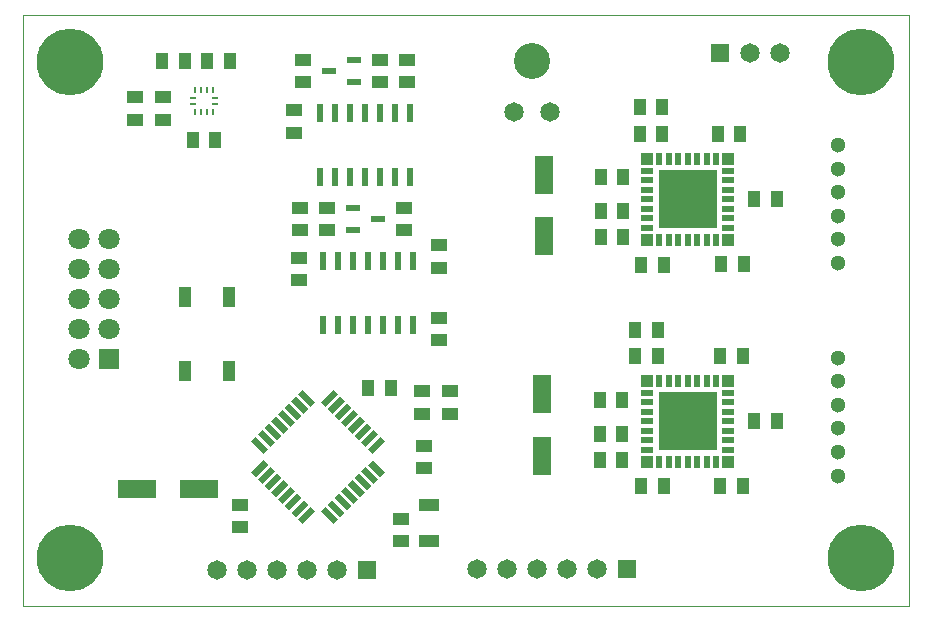
<source format=gts>
G04 #@! TF.FileFunction,Soldermask,Top*
%FSLAX46Y46*%
G04 Gerber Fmt 4.6, Leading zero omitted, Abs format (unit mm)*
G04 Created by KiCad (PCBNEW (2015-12-27 BZR 6404, Git c4ea4dc)-product) date Sat 09 Jan 2016 11:17:19 AM EST*
%MOMM*%
G01*
G04 APERTURE LIST*
%ADD10C,0.100000*%
%ADD11C,1.300000*%
%ADD12R,1.000000X1.450000*%
%ADD13R,1.450000X1.000000*%
%ADD14R,1.650000X3.250000*%
%ADD15R,1.650000X1.650000*%
%ADD16C,1.650000*%
%ADD17R,1.800000X1.800000*%
%ADD18C,1.800000*%
%ADD19R,1.300000X0.600000*%
%ADD20R,0.600000X1.550000*%
%ADD21R,1.080000X1.080000*%
%ADD22R,1.080000X0.550000*%
%ADD23R,0.550000X1.080000*%
%ADD24R,5.000000X5.000000*%
%ADD25C,3.050000*%
%ADD26R,3.250000X1.650000*%
%ADD27C,5.650000*%
%ADD28R,1.750000X1.050000*%
%ADD29R,1.100000X1.800000*%
%ADD30R,0.250000X0.600000*%
%ADD31R,0.600000X0.250000*%
G04 APERTURE END LIST*
D10*
X113000000Y-150000000D02*
X113000000Y-100000000D01*
X188000000Y-150000000D02*
X113000000Y-150000000D01*
X188000000Y-100000000D02*
X188000000Y-150000000D01*
X113000000Y-100000000D02*
X188000000Y-100000000D01*
G36*
X143285623Y-135685267D02*
X143674531Y-136074175D01*
X142613871Y-137134835D01*
X142224963Y-136745927D01*
X143285623Y-135685267D01*
X143285623Y-135685267D01*
G37*
G36*
X142719938Y-135119581D02*
X143108846Y-135508489D01*
X142048186Y-136569149D01*
X141659278Y-136180241D01*
X142719938Y-135119581D01*
X142719938Y-135119581D01*
G37*
G36*
X142154253Y-134553896D02*
X142543161Y-134942804D01*
X141482501Y-136003464D01*
X141093593Y-135614556D01*
X142154253Y-134553896D01*
X142154253Y-134553896D01*
G37*
G36*
X141588567Y-133988210D02*
X141977475Y-134377118D01*
X140916815Y-135437778D01*
X140527907Y-135048870D01*
X141588567Y-133988210D01*
X141588567Y-133988210D01*
G37*
G36*
X141022882Y-133422525D02*
X141411790Y-133811433D01*
X140351130Y-134872093D01*
X139962222Y-134483185D01*
X141022882Y-133422525D01*
X141022882Y-133422525D01*
G37*
G36*
X140457196Y-132856839D02*
X140846104Y-133245747D01*
X139785444Y-134306407D01*
X139396536Y-133917499D01*
X140457196Y-132856839D01*
X140457196Y-132856839D01*
G37*
G36*
X139891511Y-132291154D02*
X140280419Y-132680062D01*
X139219759Y-133740722D01*
X138830851Y-133351814D01*
X139891511Y-132291154D01*
X139891511Y-132291154D01*
G37*
G36*
X139325825Y-131725469D02*
X139714733Y-132114377D01*
X138654073Y-133175037D01*
X138265165Y-132786129D01*
X139325825Y-131725469D01*
X139325825Y-131725469D01*
G37*
G36*
X136674175Y-131725469D02*
X137734835Y-132786129D01*
X137345927Y-133175037D01*
X136285267Y-132114377D01*
X136674175Y-131725469D01*
X136674175Y-131725469D01*
G37*
G36*
X136108489Y-132291154D02*
X137169149Y-133351814D01*
X136780241Y-133740722D01*
X135719581Y-132680062D01*
X136108489Y-132291154D01*
X136108489Y-132291154D01*
G37*
G36*
X135542804Y-132856839D02*
X136603464Y-133917499D01*
X136214556Y-134306407D01*
X135153896Y-133245747D01*
X135542804Y-132856839D01*
X135542804Y-132856839D01*
G37*
G36*
X134977118Y-133422525D02*
X136037778Y-134483185D01*
X135648870Y-134872093D01*
X134588210Y-133811433D01*
X134977118Y-133422525D01*
X134977118Y-133422525D01*
G37*
G36*
X134411433Y-133988210D02*
X135472093Y-135048870D01*
X135083185Y-135437778D01*
X134022525Y-134377118D01*
X134411433Y-133988210D01*
X134411433Y-133988210D01*
G37*
G36*
X133845747Y-134553896D02*
X134906407Y-135614556D01*
X134517499Y-136003464D01*
X133456839Y-134942804D01*
X133845747Y-134553896D01*
X133845747Y-134553896D01*
G37*
G36*
X133280062Y-135119581D02*
X134340722Y-136180241D01*
X133951814Y-136569149D01*
X132891154Y-135508489D01*
X133280062Y-135119581D01*
X133280062Y-135119581D01*
G37*
G36*
X132714377Y-135685267D02*
X133775037Y-136745927D01*
X133386129Y-137134835D01*
X132325469Y-136074175D01*
X132714377Y-135685267D01*
X132714377Y-135685267D01*
G37*
G36*
X133386129Y-137665165D02*
X133775037Y-138054073D01*
X132714377Y-139114733D01*
X132325469Y-138725825D01*
X133386129Y-137665165D01*
X133386129Y-137665165D01*
G37*
G36*
X133951814Y-138230851D02*
X134340722Y-138619759D01*
X133280062Y-139680419D01*
X132891154Y-139291511D01*
X133951814Y-138230851D01*
X133951814Y-138230851D01*
G37*
G36*
X134517499Y-138796536D02*
X134906407Y-139185444D01*
X133845747Y-140246104D01*
X133456839Y-139857196D01*
X134517499Y-138796536D01*
X134517499Y-138796536D01*
G37*
G36*
X135083185Y-139362222D02*
X135472093Y-139751130D01*
X134411433Y-140811790D01*
X134022525Y-140422882D01*
X135083185Y-139362222D01*
X135083185Y-139362222D01*
G37*
G36*
X135648870Y-139927907D02*
X136037778Y-140316815D01*
X134977118Y-141377475D01*
X134588210Y-140988567D01*
X135648870Y-139927907D01*
X135648870Y-139927907D01*
G37*
G36*
X136214556Y-140493593D02*
X136603464Y-140882501D01*
X135542804Y-141943161D01*
X135153896Y-141554253D01*
X136214556Y-140493593D01*
X136214556Y-140493593D01*
G37*
G36*
X136780241Y-141059278D02*
X137169149Y-141448186D01*
X136108489Y-142508846D01*
X135719581Y-142119938D01*
X136780241Y-141059278D01*
X136780241Y-141059278D01*
G37*
G36*
X137345927Y-141624963D02*
X137734835Y-142013871D01*
X136674175Y-143074531D01*
X136285267Y-142685623D01*
X137345927Y-141624963D01*
X137345927Y-141624963D01*
G37*
G36*
X138654073Y-141624963D02*
X139714733Y-142685623D01*
X139325825Y-143074531D01*
X138265165Y-142013871D01*
X138654073Y-141624963D01*
X138654073Y-141624963D01*
G37*
G36*
X139219759Y-141059278D02*
X140280419Y-142119938D01*
X139891511Y-142508846D01*
X138830851Y-141448186D01*
X139219759Y-141059278D01*
X139219759Y-141059278D01*
G37*
G36*
X139785444Y-140493593D02*
X140846104Y-141554253D01*
X140457196Y-141943161D01*
X139396536Y-140882501D01*
X139785444Y-140493593D01*
X139785444Y-140493593D01*
G37*
G36*
X140351130Y-139927907D02*
X141411790Y-140988567D01*
X141022882Y-141377475D01*
X139962222Y-140316815D01*
X140351130Y-139927907D01*
X140351130Y-139927907D01*
G37*
G36*
X140916815Y-139362222D02*
X141977475Y-140422882D01*
X141588567Y-140811790D01*
X140527907Y-139751130D01*
X140916815Y-139362222D01*
X140916815Y-139362222D01*
G37*
G36*
X141482501Y-138796536D02*
X142543161Y-139857196D01*
X142154253Y-140246104D01*
X141093593Y-139185444D01*
X141482501Y-138796536D01*
X141482501Y-138796536D01*
G37*
G36*
X142048186Y-138230851D02*
X143108846Y-139291511D01*
X142719938Y-139680419D01*
X141659278Y-138619759D01*
X142048186Y-138230851D01*
X142048186Y-138230851D01*
G37*
G36*
X142613871Y-137665165D02*
X143674531Y-138725825D01*
X143285623Y-139114733D01*
X142224963Y-138054073D01*
X142613871Y-137665165D01*
X142613871Y-137665165D01*
G37*
D11*
X182000000Y-139000000D03*
X182000000Y-137000000D03*
X182000000Y-135000000D03*
X182000000Y-133000000D03*
X182000000Y-131000000D03*
X182000000Y-129000000D03*
D12*
X142250000Y-131600000D03*
X144150000Y-131600000D03*
D13*
X131400000Y-141450000D03*
X131400000Y-143350000D03*
X147000000Y-136450000D03*
X147000000Y-138350000D03*
D12*
X126711457Y-103894165D03*
X124811457Y-103894165D03*
X127411457Y-110594165D03*
X129311457Y-110594165D03*
X128611457Y-103894165D03*
X130511457Y-103894165D03*
D13*
X136000000Y-108050000D03*
X136000000Y-109950000D03*
D14*
X157000000Y-137300000D03*
X157000000Y-132100000D03*
X157100000Y-118700000D03*
X157100000Y-113500000D03*
D12*
X166750000Y-126700000D03*
X164850000Y-126700000D03*
X167150000Y-107800000D03*
X165250000Y-107800000D03*
X167250000Y-139900000D03*
X165350000Y-139900000D03*
X163850000Y-113700000D03*
X161950000Y-113700000D03*
X163750000Y-135500000D03*
X161850000Y-135500000D03*
X167250000Y-121200000D03*
X165350000Y-121200000D03*
X163750000Y-132600000D03*
X161850000Y-132600000D03*
X163850000Y-116600000D03*
X161950000Y-116600000D03*
X166750000Y-128900000D03*
X164850000Y-128900000D03*
X167150000Y-110100000D03*
X165250000Y-110100000D03*
D13*
X136369145Y-120531052D03*
X136369145Y-122431052D03*
D15*
X164160000Y-146900000D03*
D16*
X161620000Y-146900000D03*
X159080000Y-146900000D03*
X156540000Y-146900000D03*
X154000000Y-146900000D03*
X151460000Y-146900000D03*
D17*
X120270000Y-129080000D03*
D18*
X117730000Y-129080000D03*
X120270000Y-126540000D03*
X117730000Y-126540000D03*
X120270000Y-124000000D03*
X117730000Y-124000000D03*
X120270000Y-121460000D03*
X117730000Y-121460000D03*
X120270000Y-118920000D03*
X117730000Y-118920000D03*
D15*
X142120000Y-147000000D03*
D16*
X139580000Y-147000000D03*
X137040000Y-147000000D03*
X134500000Y-147000000D03*
X131960000Y-147000000D03*
X129420000Y-147000000D03*
D13*
X122461457Y-106944165D03*
X122461457Y-108844165D03*
X124861457Y-106944165D03*
X124861457Y-108844165D03*
X138750000Y-116300000D03*
X138750000Y-118200000D03*
X143250000Y-105700000D03*
X143250000Y-103800000D03*
X145250000Y-118200000D03*
X145250000Y-116300000D03*
X136750000Y-105700000D03*
X136750000Y-103800000D03*
X136500000Y-116300000D03*
X136500000Y-118200000D03*
X145500000Y-105700000D03*
X145500000Y-103800000D03*
D12*
X173950000Y-139900000D03*
X172050000Y-139900000D03*
X172050000Y-128900000D03*
X173950000Y-128900000D03*
X174050000Y-121100000D03*
X172150000Y-121100000D03*
X171850000Y-110100000D03*
X173750000Y-110100000D03*
X176850000Y-134400000D03*
X174950000Y-134400000D03*
X176850000Y-115600000D03*
X174950000Y-115600000D03*
X163750000Y-137700000D03*
X161850000Y-137700000D03*
X163850000Y-118800000D03*
X161950000Y-118800000D03*
D19*
X140950000Y-116300000D03*
X140950000Y-118200000D03*
X143050000Y-117250000D03*
X141050000Y-105700000D03*
X141050000Y-103800000D03*
X138950000Y-104750000D03*
D20*
X138190000Y-113700000D03*
X139460000Y-113700000D03*
X140730000Y-113700000D03*
X142000000Y-113700000D03*
X143270000Y-113700000D03*
X144540000Y-113700000D03*
X145810000Y-113700000D03*
X145810000Y-108300000D03*
X144540000Y-108300000D03*
X143270000Y-108300000D03*
X142000000Y-108300000D03*
X140730000Y-108300000D03*
X139460000Y-108300000D03*
X138190000Y-108300000D03*
D21*
X165850000Y-130950000D03*
D22*
X165850000Y-132000000D03*
X165850000Y-132800000D03*
X165850000Y-133600000D03*
X165850000Y-134400000D03*
X165850000Y-135200000D03*
X165850000Y-136000000D03*
X165850000Y-136800000D03*
D21*
X165850000Y-137850000D03*
D23*
X166900000Y-137850000D03*
X167700000Y-137850000D03*
X168500000Y-137850000D03*
X169300000Y-137850000D03*
X170100000Y-137850000D03*
X170900000Y-137850000D03*
X171700000Y-137850000D03*
D21*
X172750000Y-137850000D03*
D22*
X172750000Y-136800000D03*
X172750000Y-136000000D03*
X172750000Y-135200000D03*
X172750000Y-134400000D03*
X172750000Y-133600000D03*
X172750000Y-132800000D03*
X172750000Y-132000000D03*
D21*
X172750000Y-130950000D03*
D23*
X171700000Y-130950000D03*
X170900000Y-130950000D03*
X170100000Y-130950000D03*
X169300000Y-130950000D03*
X168500000Y-130950000D03*
X167700000Y-130950000D03*
X166900000Y-130950000D03*
D24*
X169300000Y-134400000D03*
D21*
X165850000Y-112150000D03*
D22*
X165850000Y-113200000D03*
X165850000Y-114000000D03*
X165850000Y-114800000D03*
X165850000Y-115600000D03*
X165850000Y-116400000D03*
X165850000Y-117200000D03*
X165850000Y-118000000D03*
D21*
X165850000Y-119050000D03*
D23*
X166900000Y-119050000D03*
X167700000Y-119050000D03*
X168500000Y-119050000D03*
X169300000Y-119050000D03*
X170100000Y-119050000D03*
X170900000Y-119050000D03*
X171700000Y-119050000D03*
D21*
X172750000Y-119050000D03*
D22*
X172750000Y-118000000D03*
X172750000Y-117200000D03*
X172750000Y-116400000D03*
X172750000Y-115600000D03*
X172750000Y-114800000D03*
X172750000Y-114000000D03*
X172750000Y-113200000D03*
D21*
X172750000Y-112150000D03*
D23*
X171700000Y-112150000D03*
X170900000Y-112150000D03*
X170100000Y-112150000D03*
X169300000Y-112150000D03*
X168500000Y-112150000D03*
X167700000Y-112150000D03*
X166900000Y-112150000D03*
D24*
X169300000Y-115600000D03*
D11*
X182000000Y-121000000D03*
X182000000Y-119000000D03*
X182000000Y-117000000D03*
X182000000Y-115000000D03*
X182000000Y-113000000D03*
X182000000Y-111000000D03*
D16*
X154600000Y-108200000D03*
X157600000Y-108200000D03*
D25*
X156100000Y-103880000D03*
D26*
X127900000Y-140100000D03*
X122700000Y-140100000D03*
D15*
X172000000Y-103200000D03*
D16*
X174540000Y-103200000D03*
X177080000Y-103200000D03*
D27*
X117000000Y-146000000D03*
X184000000Y-146000000D03*
X184000000Y-104000000D03*
X117000000Y-104000000D03*
D20*
X138450000Y-126200000D03*
X139720000Y-126200000D03*
X140990000Y-126200000D03*
X142260000Y-126200000D03*
X143530000Y-126200000D03*
X144800000Y-126200000D03*
X146070000Y-126200000D03*
X146070000Y-120800000D03*
X144800000Y-120800000D03*
X143530000Y-120800000D03*
X142260000Y-120800000D03*
X140990000Y-120800000D03*
X139720000Y-120800000D03*
X138450000Y-120800000D03*
D28*
X147400000Y-144500000D03*
X147400000Y-141500000D03*
D13*
X145000000Y-142650000D03*
X145000000Y-144550000D03*
X149200000Y-133750000D03*
X149200000Y-131850000D03*
X146800000Y-133750000D03*
X146800000Y-131850000D03*
X148200000Y-121400000D03*
X148200000Y-119500000D03*
X148200000Y-127550000D03*
X148200000Y-125650000D03*
D29*
X126750000Y-130100000D03*
X126750000Y-123900000D03*
X130450000Y-130100000D03*
X130450000Y-123900000D03*
D30*
X129111457Y-108219165D03*
D31*
X129286457Y-107544165D03*
X129286457Y-107044165D03*
D30*
X129111457Y-106369165D03*
X128611457Y-106369165D03*
X128111457Y-106369165D03*
X127611457Y-106369165D03*
D31*
X127436457Y-107044165D03*
X127436457Y-107544165D03*
D30*
X127611457Y-108219165D03*
X128111457Y-108219165D03*
X128611457Y-108219165D03*
M02*

</source>
